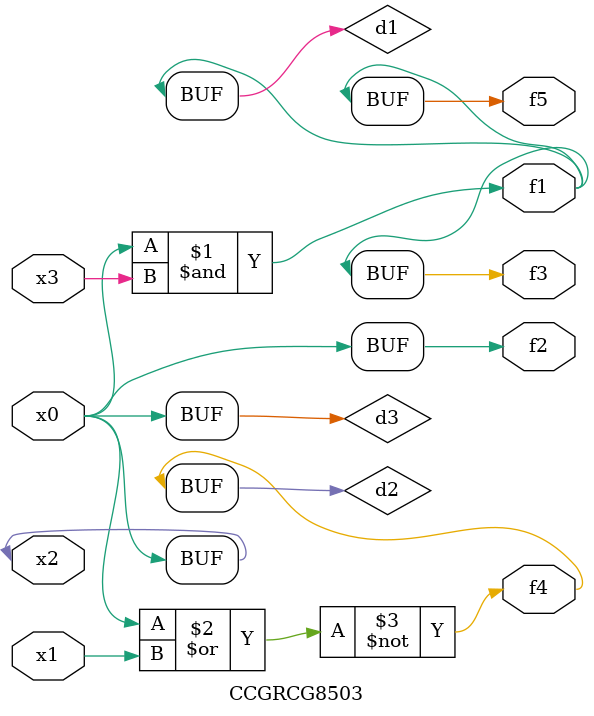
<source format=v>
module CCGRCG8503(
	input x0, x1, x2, x3,
	output f1, f2, f3, f4, f5
);

	wire d1, d2, d3;

	and (d1, x2, x3);
	nor (d2, x0, x1);
	buf (d3, x0, x2);
	assign f1 = d1;
	assign f2 = d3;
	assign f3 = d1;
	assign f4 = d2;
	assign f5 = d1;
endmodule

</source>
